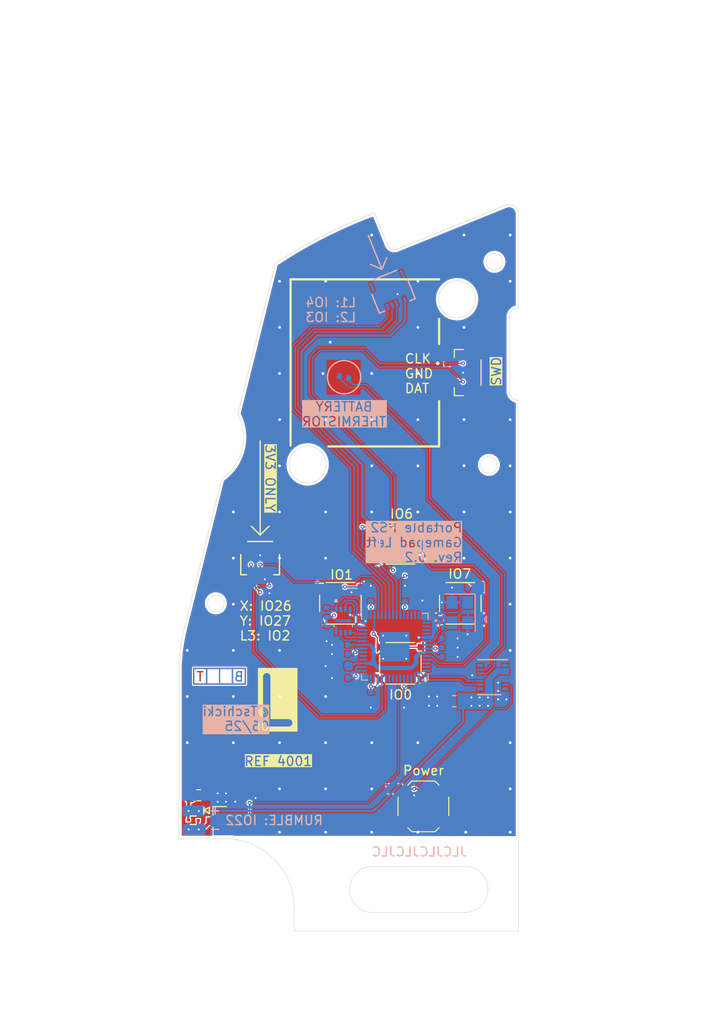
<source format=kicad_pcb>
(kicad_pcb (version 20221018) (generator pcbnew)
  (layers (0 "F.Cu" signal) (1 "In1.Cu" signal "Inner1.Cu") (2 "In2.Cu" signal "Inner2.Cu") (31 "B.Cu" signal) (34 "B.Paste" user) (35 "F.Paste" user) (36 "B.SilkS" user "B.Silkscreen") (37 "F.SilkS" user "F.Silkscreen") (38 "B.Mask" user) (39 "F.Mask" user) (44 "Edge.Cuts" user))
  (net 0 "")
  (net 1 "3V3_SBY")
  (net 2 "GND")
  (net 3 "Net-(C102-Pad2)")
  (net 4 "/XI")
  (net 5 "+1V1")
  (net 6 "/SWCLK")
  (net 7 "/SWDIO")
  (net 8 "/AUX_I2C_SDA")
  (net 9 "/AUX_I2C_SCL")
  (net 10 "/TS_+")
  (net 11 "/TS_-")
  (net 13 "/Left")
  (net 14 "/Up")
  (net 15 "/Down")
  (net 16 "/Right")
  (net 17 "/Reserved")
  (net 18 "/L3")
  (net 19 "/L1")
  (net 24 "/X")
  (net 25 "/Y")
  (net 35 "/CS")
  (net 36 "/PWM_Rumble")
  (net 37 "/XO")
  (net 38 "/IO1")
  (net 39 "/IO2")
  (net 40 "/IO0")
  (net 41 "/SYS_PWR_BTN")
  (net 42 "/MEM_CLK")
  (net 43 "/IO3")
  (net 48 "/L2")
  (net 49 "Net-(D101-A)")
  (net 51 "Net-(Q101-G)")
  (footprint "PS2:SOD-923_0P6X0P85_ONS" (layer "F.Cu") (at 87.15 157.9)
    (fp_text reference "D101")
    (fp_text value "D_Schottky" hide)
  )
  (footprint "PS2:SW_TL3315NF100Q" (layer "F.Cu") (at 109.6 127.9)
    (fp_text reference "SW102")
    (fp_text value "SW")
  )
  (footprint "PS2:C_0805_2012Metric" (layer "F.Cu") (at 87.75 155.2)
    (fp_text reference "C108")
    (fp_text value "4u7")
  )
  (footprint "PS2:R_0402_1005Metric" (layer "F.Cu") (at 92.255 157.405 90)
    (fp_text reference "R103")
    (fp_text value "10k")
  )
  (footprint "PS2:CON_5034800540_MOL" (layer "F.Cu") (at 94.4 129.5 180)
    (fp_text reference "J116")
    (fp_text value "Conn_01x05_MountingPin" hide)
  )
  (footprint "PS2:SW_TL3315NF100Q" (layer "F.Cu") (at 103.1 134.4)
    (fp_text reference "SW101")
    (fp_text value "SW")
  )
  (footprint "PS2:SW_SPST_TL3342" (layer "F.Cu") (at 112.1 156.4)
    (fp_text reference "SW114")
    (fp_text value "SW")
  )
  (footprint "PS2:SW_TL3315NF100Q" (layer "F.Cu") (at 109.6 140.9)
    (fp_text reference "SW103")
    (fp_text value "SW")
  )
  (footprint "PS2:R_0402_1005Metric" (layer "F.Cu") (at 92.755 159.005 180)
    (fp_text reference "R102")
    (fp_text value "1k")
  )
  (footprint "PS2:SW_TL3315NF100Q" (layer "F.Cu") (at 116.1 134.4)
    (fp_text reference "SW104")
    (fp_text value "SW")
  )
  (footprint "PS2:SOT-23" (layer "F.Cu") (at 90.05 158 180)
    (fp_text reference "Q101")
    (fp_text value "BSS138")
  )
  (footprint "PS2:JST_BM03B-SRSS-TB_LF__SN_" (layer "F.Cu") (at 116.9 109.4 -90)
    (fp_text reference "J101" hide)
    (fp_text value "DEBUG_SWD")
  )
  (footprint "PS2:R_0402_1005Metric" (layer "B.Cu") (at 103.5 109.9 -14)
    (fp_text reference "TH101")
    (fp_text value "10k/3435K")
  )
  (footprint "PS2:C_0402_1005Metric" (layer "B.Cu") (at 106.4 133.7 90)
    (fp_text reference "C113")
    (fp_text value "100n")
  )
  (footprint "PS2:C_0402_1005Metric" (layer "B.Cu") (at 110 144.5 -90)
    (fp_text reference "C110")
    (fp_text value "100n")
  )
  (footprint "PS2:C_0402_1005Metric" (layer "B.Cu") (at 103.4 142.5 180)
    (fp_text reference "C112")
    (fp_text value "100n")
  )
  (footprint "PS2:C_0402_1005Metric" (layer "B.Cu") (at 114.6 140.2)
    (fp_text reference "C106")
    (fp_text value "100n")
  )
  (footprint "PS2:C_0402_1005Metric" (layer "B.Cu") (at 114.6 138.2 180)
    (fp_text reference "C103")
    (fp_text value "15p")
  )
  (footprint "PS2:C_0402_1005Metric" (layer "B.Cu") (at 110.1 133.7 90)
    (fp_text reference "C114")
    (fp_text value "100n")
  )
  (footprint "PS2:IC_W25Q16JVUXIQ_TR" (layer "B.Cu") (at 103.4 136.3 -90)
    (fp_text reference "U101")
    (fp_text value "W25Q16JVUXIQ")
  )
  (footprint "PS2:CON_5034800540_MOL" (layer "B.Cu") (at 108.6 100.5 22)
    (fp_text reference "J103")
    (fp_text value "Conn_01x05_MountingPin")
  )
  (footprint "PS2:C_0402_1005Metric" (layer "B.Cu") (at 106.4 144.5 -90)
    (fp_text reference "C111")
    (fp_text value "100n")
  )
  (footprint "PS2:rumble_dual_solder_pad" (layer "B.Cu") (at 87.25 156.9 -90)
    (fp_text reference "J104")
    (fp_text value "Motor")
  )
  (footprint "PS2:C_0805_2012Metric" (layer "B.Cu") (at 115.45 145 180)
    (fp_text reference "C115")
    (fp_text value "4u7")
  )
  (footprint "PS2:C_0402_1005Metric" (layer "B.Cu") (at 103.4 139.9 180)
    (fp_text reference "C109")
    (fp_text value "100n")
  )
  (footprint "PS2:C_0402_1005Metric" (layer "B.Cu") (at 103.4 138.9 180)
    (fp_text reference "C105")
    (fp_text value "100n")
  )
  (footprint "PS2:C_0402_1005Metric" (layer "B.Cu") (at 114.6 139.2)
    (fp_text reference "C107")
    (fp_text value "100n")
  )
  (footprint "PS2:R_0402_1005Metric" (layer "B.Cu") (at 101.6 135.4 90)
    (fp_text reference "R101")
    (fp_text value "10k")
  )
  (footprint "Crystal:Crystal_SMD_3225-4Pin_3.2x2.5mm" (layer "B.Cu") (at 116.05 135.4 -90)
    (fp_text reference "Y101")
    (fp_text value "12MHz")
  )
  (footprint "Package_DFN_QFN:QFN-56-1EP_7x7mm_P0.4mm_EP3.2x3.2mm" (layer "B.Cu") (at 109 139.1 -90)
    (fp_text reference "U102")
    (fp_text value "RP2040")
  )
  (footprint "PS2:C_0603_1608Metric" (layer "B.Cu") (at 103.2 141.2 180)
    (fp_text reference "C104")
    (fp_text value "1u")
  )
  (footprint "PS2:DF40C-10DP-0.4V51_HIR" (layer "B.Cu") (at 119.6 142.4 90)
    (fp_text reference "J102" hide)
    (fp_text value "GAMEPAD LEFT")
  )
  (footprint "PS2:C_0402_1005Metric" (layer "B.Cu") (at 116.4 132.7)
    (fp_text reference "C102")
    (fp_text value "15p")
  )
  (footprint "PS2:C_0402_1005Metric" (layer "B.Cu") (at 101.6 137.3 -90)
    (fp_text reference "C101")
    (fp_text value "100n")
  )
  (footprint "PS2:R_0402_1005Metric" (layer "B.Cu") (at 113.85 135.91 -90)
    (fp_text reference "R104")
    (fp_text value "1k")
  )
  (gr_line (start 88.6 141.45) (end 88.6 143.15) (stroke (width 0.15)) (layer "F.Cu"))
  (gr_line (start 90 141.45) (end 90 143.15) (stroke (width 0.15)) (layer "F.Cu"))
  (gr_line (start 91.4 141.45) (end 91.4 143.15) (stroke (width 0.15)) (layer "F.Cu"))
  (gr_rect (start 87.2 141.45) (end 92.8 143.15) (stroke (width 0.15)) (fill none) (layer "F.Cu"))
  (gr_rect (start 87.2 141.45) (end 92.8 143.15) (stroke (width 0.15)) (fill none) (layer "B.Cu"))
  (gr_line (start 88.6 141.45) (end 88.6 143.15) (stroke (width 0.15)) (layer "B.Cu"))
  (gr_line (start 91.4 141.45) (end 91.4 143.15) (stroke (width 0.15)) (layer "B.Cu"))
  (gr_line (start 90 141.45) (end 90 143.15) (stroke (width 0.15)) (layer "B.Cu"))
  (gr_line (start 106.363299 97.675052) (end 107.6 98.2) (stroke (width 0.15)) (layer "B.SilkS"))
  (gr_line (start 108.124948 96.963299) (end 107.6 98.2) (stroke (width 0.15)) (layer "B.SilkS"))
  (gr_line (start 107.6 98.2) (end 106.120304 94.537624) (stroke (width 0.15)) (layer "B.SilkS"))
  (gr_circle (center 103.5 109.9) (end 103.5 108.1) (stroke (width 0.15)) (fill none) (layer "B.SilkS"))
  (gr_line (start 94.4 127) (end 95.35 126.05) (stroke (width 0.15)) (layer "F.SilkS"))
  (gr_line (start 97.7 117.3) (end 97.7 99.3) (stroke (width 0.25)) (layer "F.SilkS"))
  (gr_line (start 88.9 156.5) (end 88.9 157.2) (stroke (width 0.15)) (layer "F.SilkS"))
  (gr_line (start 97.7 99.3) (end 113.8 99.3) (stroke (width 0.25)) (layer "F.SilkS"))
  (gr_line (start 88.9 157.2) (end 88.3 156.8) (stroke (width 0.15)) (layer "F.SilkS"))
  (gr_line (start 94.4 116.8) (end 94.4 127) (stroke (width 0.15)) (layer "F.SilkS"))
  (gr_line (start 113.8 112.5) (end 113.8 117.4) (stroke (width 0.25)) (layer "F.SilkS"))
  (gr_line (start 88.3 157.2) (end 88.3 156.5) (stroke (width 0.15)) (layer "F.SilkS"))
  (gr_line (start 113.8 103.6) (end 113.8 106.3) (stroke (width 0.25)) (layer "F.SilkS"))
  (gr_line (start 113.8 117.4) (end 101.8 117.4) (stroke (width 0.25)) (layer "F.SilkS"))
  (gr_line (start 94.4 127) (end 93.45 126.05) (stroke (width 0.15)) (layer "F.SilkS"))
  (gr_line (start 88.3 156.8) (end 88.9 156.5) (stroke (width 0.15)) (layer "F.SilkS"))
  (gr_line (start 90.223513 120.926993) (end 86.194085 137.088145) (stroke (width 0.05)) (layer "Edge.Cuts"))
  (gr_arc (start 85.6 141.926583) (mid 85.749077 139.489196) (end 86.194085 137.088145) (stroke (width 0.05)) (layer "Edge.Cuts"))
  (gr_line (start 122.4 102.4) (end 122.4 92.188837) (stroke (width 0.05)) (layer "Edge.Cuts"))
  (gr_arc (start 121.025393 91.261653) (mid 121.959193 91.359799) (end 122.4 92.188837) (stroke (width 0.05)) (layer "Edge.Cuts"))
  (gr_line (start 85.6 159.9) (end 90.6 159.9) (stroke (width 0.05)) (layer "Edge.Cuts"))
  (gr_arc (start 109.251249 96.018716) (mid 108.638978 96.013373) (end 108.209816 95.576654) (stroke (width 0.05)) (layer "Edge.Cuts"))
  (gr_line (start 98.1 169.9) (end 122.4 169.9) (stroke (width 0.05)) (layer "Edge.Cuts"))
  (gr_arc (start 106.6 167.9) (mid 104.1 165.4) (end 106.6 162.9) (stroke (width 0.05)) (layer "Edge.Cuts"))
  (gr_arc (start 90.6 159.9) (mid 95.903301 162.096699) (end 98.1 167.4) (stroke (width 0.05)) (layer "Edge.Cuts"))
  (gr_line (start 108.209816 95.576654) (end 106.809677 92.111187) (stroke (width 0.05)) (layer "Edge.Cuts"))
  (gr_circle (center 119.8 97.4) (end 120.7 97.4) (stroke (width 0.05)) (fill none) (layer "Edge.Cuts"))
  (gr_line (start 98.1 167.4) (end 98.1 169.9) (stroke (width 0.05)) (layer "Edge.Cuts"))
  (gr_arc (start 96.046307 97.573044) (mid 101.268984 94.528767) (end 106.809677 92.111187) (stroke (width 0.05)) (layer "Edge.Cuts"))
  (gr_arc (start 121.4 103.4) (mid 121.692893 102.692893) (end 122.4 102.4) (stroke (width 0.05)) (layer "Edge.Cuts"))
  (gr_arc (start 122.4 112.4) (mid 121.692893 112.107107) (end 121.4 111.4) (stroke (width 0.05)) (layer "Edge.Cuts"))
  (gr_line (start 122.4 169.9) (end 122.4 112.4) (stroke (width 0.05)) (layer "Edge.Cuts"))
  (gr_line (start 106.6 167.9) (end 116.6 167.9) (stroke (width 0.05)) (layer "Edge.Cuts"))
  (gr_circle (center 119.2 119.4) (end 120.1 119.4) (stroke (width 0.05)) (fill none) (layer "Edge.Cuts"))
  (gr_line (start 96.046307 97.573044) (end 91.983193 113.869303) (stroke (width 0.05)) (layer "Edge.Cuts"))
  (gr_circle (center 99.55 119.35) (end 101.55 119.35) (stroke (width 0.05)) (fill none) (layer "Edge.Cuts"))
  (gr_line (start 121.4 103.4) (end 121.4 111.4) (stroke (width 0.05)) (layer "Edge.Cuts"))
  (gr_line (start 85.6 141.926583) (end 85.6 159.9) (stroke (width 0.05)) (layer "Edge.Cuts"))
  (gr_line (start 116.6 162.9) (end 106.6 162.9) (stroke (width 0.05)) (layer "Edge.Cuts"))
  (gr_circle (center 89.6 134.4) (end 90.5 134.4) (stroke (width 0.05)) (fill none) (layer "Edge.Cuts"))
  (gr_arc (start 91.983193 113.869303) (mid 92.436626 117.73057) (end 90.223513 120.926993) (stroke (width 0.05)) (layer "Edge.Cuts"))
  (gr_arc (start 116.6 162.9) (mid 119.1 165.4) (end 116.6 167.9) (stroke (width 0.05)) (layer "Edge.Cuts"))
  (gr_line (start 121.025393 91.261653) (end 109.251249 96.018716) (stroke (width 0.05)) (layer "Edge.Cuts"))
  (gr_circle (center 115.75 101.45) (end 117.75 101.45) (stroke (width 0.05)) (fill none) (layer "Edge.Cuts"))
  (gr_text "T" (at 87.9 142.35) (layer "F.Cu") (effects (font (size 1 1))))
  (gr_text "B" (at 92.1 142.35) (layer "B.Cu") (effects (font (size 1 1)) (justify mirror)))
  (gr_text "+" (at 90.25 157.4) (layer "B.SilkS") (effects (font (size 1 1)) (justify left bottom mirror)))
  (gr_text "JLCJLCJLCJLC" (at 116.9 161.9) (layer "B.SilkS") (effects (font (size 1 1)) (justify left bottom mirror)))
  (gr_text "RUMBLE: IO22" (at 101.3 158.5) (layer "B.SilkS") (effects (font (size 1 1)) (justify left bottom mirror)))
  (gr_text "@Tschicki\n06/25" (at 95.5 148.3) (layer "B.SilkS" knockout) (effects (font (size 1 1)) (justify left bottom mirror)))
  (gr_text "BATTERY\nTHERMISTOR" (at 103.5 115.3) (layer "B.SilkS" knockout) (effects (font (size 1 1)) (justify bottom mirror)))
  (gr_text "Portable PS2\nGamepad Left\nRev. 0.2" (at 116.4 130) (layer "B.SilkS" knockout) (effects (font (size 1 1)) (justify left bottom mirror)))
  (gr_text "-" (at 90.25 159.4) (layer "B.SilkS") (effects (font (size 1 1)) (justify left bottom mirror)))
  (gr_text "L1: IO4\nL2: IO3" (at 104.9 104) (layer "B.SilkS") (effects (font (size 1 1)) (justify left bottom mirror)))
  (gr_text "X: IO26\nY: IO27\nL3: IO2" (at 92.1 138.5) (layer "F.SilkS") (effects (font (size 1 1)) (justify left bottom)))
  (gr_text "IO7" (at 114.7 131.8) (layer "F.SilkS") (effects (font (size 1 1)) (justify left bottom)))
  (gr_text "CLK\nGND\nDAT" (at 110 111.7) (layer "F.SilkS") (effects (font (size 1 1)) (justify left bottom)))
  (gr_text "IO6" (at 108.4 125.3) (layer "F.SilkS") (effects (font (size 1 1)) (justify left bottom)))
  (gr_text "3V3 ONLY" (at 94.9 117.1 270) (layer "F.SilkS" knockout) (effects (font (size 1 1)) (justify left bottom)))
  (gr_text "Power" (at 109.8 153.1) (layer "F.SilkS") (effects (font (size 1 1)) (justify left bottom)))
  (gr_text "SWD" (at 120.6 110.9 90) (layer "F.SilkS" knockout) (effects (font (size 1 1)) (justify left bottom)))
  (gr_text "IO0" (at 108.3 144.9) (layer "F.SilkS") (effects (font (size 1 1)) (justify left bottom)))
  (gr_text "REF 4001" (at 92.6 152.1) (layer "F.SilkS" knockout) (effects (font (size 1 1)) (justify left bottom)))
  (gr_text "L" (at 93.4 148) (layer "F.SilkS" knockout) (effects (font (size 5 5) (thickness 0.8)) (justify left bottom)))
  (gr_text "IO1" (at 101.9 131.9) (layer "F.SilkS") (effects (font (size 1 1)) (justify left bottom)))
  (gr_text "" (at 85.6 178.169996) (layer "Edge.Cuts") (effects (font (size 4.83362 3.04518) (thickness 0.604202)) (justify left top)))
  (segment (start 86.65 155.35) (end 86.8 155.2) (width 0.35) (layer "F.Cu") (net 1))
  (segment (start 93.399997 131) (end 93.399997 130.200003) (width 0.25) (layer "F.Cu") (net 1))
  (segment (start 86.6182 156.9318) (end 86.65 156.9) (width 0.125) (layer "F.Cu") (net 1))
  (segment (start 93.399997 130.200003) (end 93.4 130.2) (width 0.25) (layer "F.Cu") (net 1))
  (segment (start 86.65 156.9) (end 86.65 155.35) (width 0.35) (layer "F.Cu") (net 1))
  (segment (start 86.6182 157.9) (end 86.6182 156.9318) (width 0.25) (layer "F.Cu") (net 1))
  (segment (start 86.65 156.9) (end 87.75 156.9) (width 0.35) (layer "F.Cu") (net 1))
  (via (at 119.1 144.6) (size 0.45) (drill 0.2) (layers "F.Cu" "B.Cu") (net 1))
  (via (at 102.4 135.7) (size 0.45) (drill 0.2) (layers "F.Cu" "B.Cu") (net 1))
  (via (at 110 143.4) (size 0.45) (drill 0.2) (layers "F.Cu" "B.Cu") (net 1))
  (via (at 110.1 134.8) (size 0.45) (drill 0.2) (layers "F.Cu" "B.Cu") (net 1))
  (via (at 106.4 143.4) (size 0.45) (drill 0.2) (layers "F.Cu" "B.Cu") (net 1))
  (via (at 118.2 145.5) (size 0.45) (drill 0.2) (layers "F.Cu" "B.Cu") (net 1))
  (via (at 108.8 130.8) (size 0.45) (drill 0.2) (layers "F.Cu" "B.Cu") (net 1))
  (via (at 106.4 134.8) (size 0.45) (drill 0.2) (layers "F.Cu" "B.Cu") (net 1))
  (via (at 104.7 139.7) (size 0.45) (drill 0.2) (layers "F.Cu" "B.Cu") (net 1))
  (via (at 117.3 145.5) (size 0.45) (drill 0.2) (layers "F.Cu" "B.Cu") (net 1))
  (via (at 87.75 156.9) (size 0.45) (drill 0.2) (layers "F.Cu" "B.Cu") (net 1))
  (via (at 113.4 139.3) (size 0.45) (drill 0.2) (layers "F.Cu" "B.Cu") (net 1))
  (via (at 93.4 130.2) (size 0.45) (drill 0.2) (layers "F.Cu" "B.Cu") (net 1))
  (via (at 119.1 145.5) (size 0.45) (drill 0.2) (layers "F.Cu" "B.Cu") (net 1))
  (via (at 118.2 144.6) (size 0.45) (drill 0.2) (layers "F.Cu" "B.Cu") (net 1))
  (via (at 117.3 144.6) (size 0.45) (drill 0.2) (layers "F.Cu" "B.Cu") (net 1))
  (via (at 86.65 156.9) (size 0.45) (drill 0.2) (layers "F.Cu" "B.Cu") (net 1))
  (via (at 104.8 142.3) (size 0.45) (drill 0.2) (layers "F.Cu" "B.Cu") (net 1))
  (segment (start 110 144.02) (end 110 143.4) (width 0.2) (layer "B.Cu") (net 1))
  (segment (start 106.4 142.5375) (end 106.4 143.4) (width 0.2) (layer "B.Cu") (net 1))
  (segment (start 110 143.4) (end 110 142.5375) (width 0.2) (layer "B.Cu") (net 1))
  (segment (start 106.4 134.28) (end 106.39 134.28) (width 0.25) (layer "B.Cu") (net 1))
  (segment (start 116.4 147.2) (end 106.7 156.9) (width 0.25) (layer "B.Cu") (net 1))
  (segment (start 114.12 139.2) (end 114.02 139.3) (width 0.25) (layer "B.Cu") (net 1))
  (segment (start 98.9 112.8) (end 105.5 119.4) (width 0.25) (layer "B.Cu") (net 1))
  (segment (start 104.6 142.5) (end 103.88 142.5) (width 0.2) (layer "B.Cu") (net 1))
  (segment (start 110.1 102.1) (end 110.1 101.527071) (width 0.2) (layer "B.Cu") (net 1))
  (segment (start 98.9 107.1) (end 98.9 112.8) (width 0.25) (layer "B.Cu") (net 1))
  (segment (start 110.6 143.4) (end 110 143.4) (width 0.125) (layer "B.Cu") (net 1))
  (segment (start 110.1 102.1) (end 110.1 103.8) (width 0.25) (layer "B.Cu") (net 1))
  (segment (start 116.4 145) (end 116.4 147.2) (width 0.25) (layer "B.Cu") (net 1))
  (segment (start 87.75 156.9) (end 87.25 156.9) (width 0.25) (layer "B.Cu") (net 1))
  (segment (start 105.5 119.4) (end 105.5 124.9) (width 0.25) (layer "B.Cu") (net 1))
  (segment (start 105.5625 141.3) (end 104.9 141.3) (width 0.2) (layer "B.Cu") (net 1))
  (segment (start 105.5625 141.7) (end 104.8 141.7) (width 0.2) (layer "B.Cu") (net 1))
  (segment (start 106.1 125.5) (end 106.1 128.1) (width 0.25) (layer "B.Cu") (net 1))
  (segment (start 110.8 143.2) (end 110.6 143.4) (width 0.125) (layer "B.Cu") (net 1))
  (segment (start 110.1 101.527071) (end 110.089097 101.516168) (width 0.2) (layer "B.Cu") (net 1))
  (segment (start 102.19 135.91) (end 101.6 135.91) (width 0.25) (layer "B.Cu") (net 1))
  (segment (start 110.1 103.8) (end 108.5 105.4) (width 0.25) (layer "B.Cu") (net 1))
  (segment (start 101.6 136.82) (end 102.42 136.82) (width 0.25) (layer "B.Cu") (net 1))
  (segment (start 106.4 134.28) (end 106.4 134.8) (width 0.2) (layer "B.Cu") (net 1))
  (segment (start 110.1 134.8) (end 110.1 134.3) (width 0.2) (layer "B.Cu") (net 1))
  (segment (start 110 134.9) (end 110 135.6625) (width 0.2) (layer "B.Cu") (net 1))
  (segment (start 105.5625 139.3) (end 104.8 139.3) (width 0.25) (layer "B.Cu") (net 1))
  (segment (start 106.9 143.4) (end 106.4 143.4) (width 0.125) (layer "B.Cu") (net 1))
  (segment (start 104.8 141.4) (end 104.8 141.7) (width 0.2) (layer "B.Cu") (net 1))
  (segment (start 104.8 142.3) (end 104.6 142.5) (width 0.2) (layer "B.Cu") (net 1))
  (segment (start 102.4 135.7) (end 102.19 135.91) (width 0.25) (layer "B.Cu") (net 1))
  (segment (start 106.4 143.4) (end 106.4 143.92) (width 0.2) (layer "B.Cu") (net 1))
  (segment (start 105.5 124.9) (end 106.1 125.5) (width 0.25) (layer "B.Cu") (net 1))
  (segment (start 110.1 134.8) (end 110 134.9) (width 0.2) (layer "B.Cu") (net 1))
  (segment (start 104.7 139.7) (end 105.5625 139.7) (width 0.25) (layer "B.Cu") (net 1))
  (segment (start 104.5 139.9) (end 104.7 139.7) (width 0.25) (layer "B.Cu") (net 1))
  (segment (start 114.02 139.3) (end 113.5 139.3) (width 0.2) (layer "B.Cu") (net 1))
  (segment (start 104.9 141.3) (end 104.8 141.4) (width 0.2) (layer "B.Cu") (net 1))
  (segment (start 106.7 156.9) (end 87.75 156.9) (width 0.25) (layer "B.Cu") (net 1))
  (segment (start 107.2 143.1) (end 106.9 143.4) (width 0.125) (layer "B.Cu") (net 1))
  (segment (start 102.65 137.05) (end 102.65 137.55) (width 0.25) (layer "B.Cu") (net 1))
  (segment (start 113.4 139.3) (end 112.4375 139.3) (width 0.2) (layer "B.Cu") (net 1))
  (segment (start 107.2 142.5375) (end 107.2 143.1) (width 0.125) (layer "B.Cu") (net 1))
  (segment (start 110.8 142.5375) (end 110.8 143.2) (width 0.125) (layer "B.Cu") (net 1))
  (segment (start 108.5 105.4) (end 100.6 105.4) (width 0.25) (layer "B.Cu") (net 1))
  (segment (start 103.88 139.9) (end 104.5 139.9) (width 0.25) (layer "B.Cu") (net 1))
  (segment (start 106.1 128.1) (end 108.8 130.8) (width 0.25) (layer "B.Cu") (net 1))
  (segment (start 106.4 134.8) (end 106.4 135.6625) (width 0.2) (layer "B.Cu") (net 1))
  (segment (start 102.42 136.82) (end 102.65 137.05) (width 0.25) (layer "B.Cu") (net 1))
  (segment (start 100.6 105.4) (end 98.9 107.1) (width 0.25) (layer "B.Cu") (net 1))
  (segment (start 104.8 139.3) (end 104.7 139.4) (width 0.25) (layer "B.Cu") (net 1))
  (segment (start 104.7 139.4) (end 104.7 139.7) (width 0.25) (layer "B.Cu") (net 1))
  (segment (start 104.8 141.7) (end 104.8 142.3) (width 0.2) (layer "B.Cu") (net 1))
  (segment (start 101.6 135.91) (end 101.6 136.82) (width 0.25) (layer "B.Cu") (net 1))
  (segment (start 115.125 109.4) (end 116.4 109.4) (width 0.35) (layer "F.Cu") (net 2))
  (segment (start 94.899996 131.799996) (end 94.9 131.8) (width 0.25) (layer "F.Cu") (net 2))
  (segment (start 94.899996 131) (end 94.899996 131.799996) (width 0.25) (layer "F.Cu") (net 2))
  (via (at 96.5 119.5) (size 0.6) (drill 0.3) (layers "F.Cu" "B.Cu") (net 2))
  (via (at 111.5 109.5) (size 0.6) (drill 0.3) (layers "F.Cu" "B.Cu") (net 2))
  (via (at 91.5 139.5) (size 0.6) (drill 0.3) (layers "F.Cu" "B.Cu") (net 2))
  (via (at 90.7 155) (size 0.45) (drill 0.2) (layers "F.Cu" "B.Cu") (net 2))
  (via (at 111.5 119.5) (size 0.6) (drill 0.3) (layers "F.Cu" "B.Cu") (net 2))
  (via (at 115.8 139.2) (size 0.45) (drill 0.2) (layers "F.Cu" "B.Cu") (net 2))
  (via (at 115.2 132.7) (size 0.45) (drill 0.2) (layers "F.Cu" "B.Cu") (net 2))
  (via (at 101.5 154.5) (size 0.6) (drill 0.3) (layers "F.Cu" "B.Cu") (net 2))
  (via (at 121.5 134.5) (size 0.6) (drill 0.3) (layers "F.Cu" "B.Cu") (net 2))
  (via (at 96.5 109.5) (size 0.6) (drill 0.3) (layers "F.Cu" "B.Cu") (net 2))
  (via (at 91.5 124.5) (size 0.6) (drill 0.3) (layers "F.Cu" "B.Cu") (net 2))
  (via (at 106.5 159.2) (size 0.6) (drill 0.3) (layers "F.Cu" "B.Cu") (net 2))
  (via (at 94.9 131.8) (size 0.45) (drill 0.2) (layers "F.Cu" "B.Cu") (net 2))
  (via (at 101.5 141.2) (size 0.45) (drill 0.2) (layers "F.Cu" "B.Cu") (net 2))
  (via (at 101.5 144.5) (size 0.6) (drill 0.3) (layers "F.Cu" "B.Cu") (net 2))
  (via (at 116.4 109.4) (size 0.45) (drill 0.2) (layers "F.Cu" "B.Cu") (net 2))
  (via (at 91.5 144.5) (size 0.6) (drill 0.3) (layers "F.Cu" "B.Cu") (net 2))
  (via (at 121.1 144.8) (size 0.45) (drill 0.2) (layers "F.Cu" "B.Cu") (net 2))
  (via (at 121.5 124.5) (size 0.6) (drill 0.3) (layers "F.Cu" "B.Cu") (net 2))
  (via (at 109.3 100.9) (size 0.45) (drill 0.2) (layers "F.Cu" "B.Cu") (net 2))
  (via (at 106.5 114.5) (size 0.6) (drill 0.3) (layers "F.Cu" "B.Cu") (net 2))
  (via (at 121.5 94.5) (size 0.6) (drill 0.3) (layers "F.Cu" "B.Cu") (net 2))
  (via (at 96.5 139.5) (size 0.6) (drill 0.3) (layers "F.Cu" "B.Cu") (net 2))
  (via (at 116.5 129.5) (size 0.6) (drill 0.3) (layers "F.Cu" "B.Cu") (net 2))
  (via (at 120.2 144.8) (size 0.45) (drill 0.2) (layers "F.Cu" "B.Cu") (net 2))
  (via (at 120.2 143) (size 0.45) (drill 0.2) (layers "F.Cu" "B.Cu") (net 2))
  (via (at 116.5 114.5) (size 0.6) (drill 0.3) (layers "F.Cu" "B.Cu") (net 2))
  (via (at 106.5 154.5) (size 0.6) (drill 0.3) (layers "F.Cu" "B.Cu") (net 2))
  (via (at 114.1 134.3) (size 0.45) (drill 0.2) (layers "F.Cu" "B.Cu") (net 2))
  (via (at 111.5 149.5) (size 0.6) (drill 0.3) (layers "F.Cu" "B.Cu") (net 2))
  (via (at 107.75 137.9) (size 0.45) (drill 0.2) (layers "F.Cu" "B.Cu") (net 2))
  (via (at 101.5 129.5) (size 0.6) (drill 0.3) (layers "F.Cu" "B.Cu") (net 2))
  (via (at 110 145.7) (size 0.45) (drill 0.2) (layers "F.Cu" "B.Cu") (net 2))
  (via (at 112 134.1) (size 0.45) (drill 0.2) (layers "F.Cu" "B.Cu") (net 2))
  (via (at 121.5 119.5) (size 0.6) (drill 0.3) (layers "F.Cu" "B.Cu") (net 2))
  (via (at 106.5 124.5) (size 0.6) (drill 0.3) (layers "F.Cu" "B.Cu") (net 2))
  (via (at 106.5 119.5) (size 0.6) (drill 0.3) (layers "F.Cu" "B.Cu") (net 2))
  (via (at 102.2 142.5) (size 0.45) (drill 0.2) (layers "F.Cu" "B.Cu") (net 2))
  (via (at 107.75 140.4) (size 0.45) (drill 0.2) (layers "F.Cu" "B.Cu") (net 2))
  (via (at 111.6 138.1) (size 0.45) (drill 0.2) (layers "F.Cu" "B.Cu") (net 2))
  (via (at 111.5 159.2) (size 0.6) (drill 0.3) (layers "F.Cu" "B.Cu") (net 2))
  (via (at 90.7 155.9) (size 0.45) (drill 0.2) (layers "F.Cu" "B.Cu") (net 2))
  (via (at 104.15 135.65) (size 0.45) (drill 0.2) (layers "F.Cu" "B.Cu") (net 2))
  (via (at 86.5 149.5) (size 0.6) (drill 0.3) (layers "F.Cu" "B.Cu") (net 2))
  (via (at 106.5 94.5) (size 0.6) (drill 0.3) (layers "F.Cu" "B.Cu") (net 2))
  (via (at 101.5 159.2) (size 0.6) (drill 0.3) (layers "F.Cu" "B.Cu") (net 2))
  (via (at 101.6 138.5) (size 0.45) (drill 0.2) (layers "F.Cu" "B.Cu") (net 2))
  (via (at 106.4 145.7) (size 0.45) (drill 0.2) (layers "F.Cu" "B.Cu") (net 2))
  (via (at 111.5 104.5) (size 0.6) (drill 0.3) (layers "F.Cu" "B.Cu") (net 2))
  (via (at 116.7 159.2) (size 0.6) (drill 0.3) (layers "F.Cu" "B.Cu") (net 2))
  (via (at 91.5 149.5) (size 0.6) (drill 0.3) (layers "F.Cu" "B.Cu") (net 2))
  (via (at 91.5 134.5) (size 0.6) (drill 0.3) (layers "F.Cu" "B.Cu") (net 2))
  (via (at 116.9 137.75) (size 0.45) (drill 0.2) (layers "F.Cu" "B.Cu") (net 2))
  (via (at 96.5 99.5) (size 0.6) (drill 0.3) (layers "F.Cu" "B.Cu") (net 2))
  (via (at 116.5 94.5) (size 0.6) (drill 0.3) (layers "F.Cu" "B.Cu") (net 2))
  (via (at 121.5 154.5) (size 0.6) (drill 0.3) (layers "F.Cu" "B.Cu") (net 2))
  (via (at 101.5 149.5) (size 0.6) (drill 0.3) (layers "F.Cu" "B.Cu") (net 2))
  (via (at 102.2 138.9) (size 0.45) (drill 0.2) (layers "F.Cu" "B.Cu") (net 2))
  (via (at 96.5 149.5) (size 0.6) (drill 0.3) (layers "F.Cu" "B.Cu") (net 2))
  (via (at 101.5 124.5) (size 0.6) (drill 0.3) (layers "F.Cu" "B.Cu") (net 2))
  (via (at 115.8 140.2) (size 0.45) (drill 0.2) (layers "F.Cu" "B.Cu") (net 2))
  (via (at 111.5 99.5) (size 0.6) (drill 0.3) (layers "F.Cu" "B.Cu") (net 2))
  (via (at 104.3 133.2) (size 0.45) (drill 0.2) (layers "F.Cu" "B.Cu") (net 2))
  (via (at 110.25 137.9) (size 0.45) (drill 0.2) (layers "F.Cu" "B.Cu") (net 2))
  (via (at 117.4 142.2) (size 0.45) (drill 0.2) (layers "F.Cu" "B.Cu") (net 2))
  (via (at 95.4 133.3) (size 0.45) (drill 0.2) (layers "F.Cu" "B.Cu") (net 2))
  (via (at 101.5 99.5) (size 0.6) (drill 0.3) (layers "F.Cu" "B.Cu") (net 2))
  (via (at 96.5 114.5) (size 0.6) (drill 0.3) (layers "F.Cu" "B.Cu") (net 2))
  (via (at 112.7 145.5) (size 0.45) (drill 0.2) (layers "F.Cu" "B.Cu") (net 2))
  (via (at 116.5 124.5) (size 0.6) (drill 0.3) (layers "F.Cu" "B.Cu") (net 2))
  (via (at 96.5 104.5) (size 0.6) (drill 0.3) (layers "F.Cu" "B.Cu") (net 2))
  (via (at 89.8 155.9) (size 0.45) (drill 0.2) (layers "F.Cu" "B.Cu") (net 2))
  (via (at 106.4 132.5) (size 0.45) (drill 0.2) (layers "F.Cu" "B.Cu") (net 2))
  (via (at 106.5 109.5) (size 0.6) (drill 0.3) (layers "F.Cu" "B.Cu") (net 2))
  (via (at 93.9 155.5) (size 0.45) (drill 0.2) (layers "F.Cu" "B.Cu") (net 2))
  (via (at 110.25 140.4) (size 0.45) (drill 0.2) (layers "F.Cu" "B.Cu") (net 2))
  (via (at 121.5 99.5) (size 0.6) (drill 0.3) (layers "F.Cu" "B.Cu") (net 2))
  (via (at 86.5 139.5) (size 0.6) (drill 0.3) (layers "F.Cu" "B.Cu") (net 2))
  (via (at 121.5 149.5) (size 0.6) (drill 0.3) (layers "F.Cu" "B.Cu") (net 2))
  (via (at 121.5 159.2) (size 0.6) (drill 0.3) (layers "F.Cu" "B.Cu") (net 2))
  (via (at 96.5 159.2) (size 0.6) (drill 0.3) (layers "F.Cu" "B.Cu") (net 2))
  (via (at 96.5 144.5) (size 0.6) (drill 0.3) (layers "F.Cu" "B.Cu") (net 2))
  (via (at 113.6 145.5) (size 0.45) (drill 0.2) (layers "F.Cu" "B.Cu") (net 2))
  (via (at 112.7 144.5) (size 0.45) (drill 0.2) (layers "F.Cu" "B.Cu") (net 2))
  (via (at 116.5 104.5) (size 0.6) (drill 0.3) (layers "F.Cu" "B.Cu") (net 2))
  (via (at 96.5 129.5) (size 0.6) (drill 0.3) (layers "F.Cu" "B.Cu") (net 2))
  (via (at 94.4 129.2) (size 0.45) (drill 0.2) (layers "F.Cu" "B.Cu") (net 2))
  (via (at 121.5 114.5) (size 0.6) (drill 0.3) (layers "F.Cu" "B.Cu") (net 2))
  (via (at 101.5 114.5) (size 0.6) (drill 0.3) (layers "F.Cu" "B.Cu") (net 2))
  (via (at 102 106.1) (size 0.6) (drill 0.3) (layers "F.Cu" "B.Cu") (net 2))
  (via (at 120.2 143.9) (size 0.45) (drill 0.2) (layers "F.Cu" "B.Cu") (net 2))
  (via (at 111.1 155.2) (size 0.45) (drill 0.2) (layers "F.Cu" "B.Cu") (net 2))
  (via (at 121.5 139.5) (size 0.6) (drill 0.3) (layers "F.Cu" "B.Cu") (net 2))
  (via (at 113.6 144.5) (size 0.45) (drill 0.2) (layers "F.Cu" "B.Cu") (net 2))
  (via (at 89.8 155) (size 0.45) (drill 0.2) (layers "F.Cu" "B.Cu") (net 2))
  (via (at 111.5 124.5) (size 0.6) (drill 0.3) (layers "F.Cu" "B.Cu") (net 2))
  (via (at 116.5 119.5) (size 0.6) (drill 0.3) (layers "F.Cu" "B.Cu") (net 2))
  (via (at 96.5 124.5) (size 0.6) (drill 0.3) (layers "F.Cu" "B.Cu") (net 2))
  (via (at 121.5 129.5) (size 0.6) (drill 0.3) (layers "F.Cu" "B.Cu") (net 2))
  (via (at 86.5 144.5) (size 0.6) (drill 0.3) (layers "F.Cu" "B.Cu") (net 2))
  (via (at 101.2 109.5) (size 0.6) (drill 0.3) (layers "F.Cu" "B.Cu") (net 2))
  (via (at 111.5 114.5) (size 0.6) (drill 0.3) (layers "F.Cu" "B.Cu") (net 2))
  (via (at 91.5 129.5) (size 0.6) (drill 0.3) (layers "F.Cu" "B.Cu") (net 2))
  (via (at 96.5 154.5) (size 0.6) (drill 0.3) (layers "F.Cu" "B.Cu") (net 2))
  (via (at 115.8 138.2) (size 0.45) (drill 0.2) (layers "F.Cu" "B.Cu") (net 2))
  (via (at 91.7 155.9) (size 0.45) (drill 0.2) (layers "F.Cu" "B.Cu") (net 2))
  (via (at 102.2 139.9) (size 0.45) (drill 0.2) (layers "F.Cu" "B.Cu") (net 2))
  (via (at 110.1 132.5) (size 0.45) (drill 0.2) (layers "F.Cu" "B.Cu") (net 2))
  (via (at 106.5 149.5) (size 0.6) (drill 0.3) (layers "F.Cu" "B.Cu") (net 2))
  (segment (start 115.08 140.2) (end 115.8 140.2) (width 0.35) (layer "B.Cu") (net 2))
  (segment (start 104.15 135.65) (end 104.15 135.05) (width 0.3) (layer "B.Cu") (net 2))
  (segment (start 109.625506 101.703471) (end 109.3 100.9) (width 0.25) (layer "B.Cu") (net 2))
  (segment (start 102.92 139.9) (end 102.2 139.9) (width 0.35) (layer "B.Cu") (net 2))
  (segment (start 112.4375 138.1) (end 111.6 138.1) (width 0.125) (layer "B.Cu") (net 2))
  (segment (start 116.9 136.5) (end 116.9 137.75) (width 0.35) (layer "B.Cu") (net 2))
  (segment (start 118.244999 142.4) (end 117.6 142.4) (width 0.25) (layer "B.Cu") (net 2))
  (segment (start 115.92 132.7) (end 115.2 132.7) (width 0.35) (layer "B.Cu") (net 2))
  (segment (start 101.6 137.78) (end 101.6 138.5) (width 0.35) (layer "B.Cu") (net 2))
  (segment (start 117.6 142.4) (end 117.4 142.2) (width 0.25) (layer "B.Cu") (net 2))
  (segment (start 115.08 138.2) (end 115.8 138.2) (width 0.35) (layer "B.Cu") (net 2))
  (segment (start 110 144.98) (end 110 145.7) (width 0.35) (layer "B.Cu") (net 2))
  (segment (start 106.4 144.98) (end 106.4 145.7) (width 0.35) (layer "B.Cu") (net 2))
  (segment (start 115.08 139.2) (end 115.8 139.2) (width 0.35) (layer "B.Cu") (net 2))
  (segment (start 115.2 134.3) (end 114.1 134.3) (width 0.35) (layer "B.Cu") (net 2))
  (segment (start 110.1 133.22) (end 110.1 132.5) (width 0.35) (layer "B.Cu") (net 2))
  (segment (start 102.92 142.5) (end 102.2 142.5) (width 0.35) (layer "B.Cu") (net 2))
  (segment (start 102.92 138.9) (end 102.2 138.9) (width 0.35) (layer "B.Cu") (net 2))
  (segment (start 102.425 141.2) (end 101.5 141.2) (width 0.35) (layer "B.Cu") (net 2))
  (segment (start 106.4 133.22) (end 106.4 132.5) (width 0.35) (layer "B.Cu") (net 2))
  (segment (start 116.88 132.7) (end 116.88 134.28) (width 0.125) (layer "B.Cu") (net 3))
  (segment (start 116.53 133.93) (end 116.9 134.3) (width 0.125) (layer "B.Cu") (net 3))
  (segment (start 116.9 134.4) (end 115.9 135.4) (width 0.125) (layer "B.Cu") (net 3))
  (segment (start 116.9 134.3) (end 116.9 134.4) (width 0.125) (layer "B.Cu") (net 3))
  (segment (start 115.9 135.4) (end 113.85 135.4) (width 0.125) (layer "B.Cu") (net 3))
  (segment (start 116.88 134.28) (end 116.9 134.3) (width 0.125) (layer "B.Cu") (net 3))
  (segment (start 113.625 138.7) (end 113.31875 138.7) (width 0.125) (layer "B.Cu") (net 4))
  (segment (start 115.2 136.6) (end 115.2 136.5) (width 0.125) (layer "B.Cu") (net 4))
  (segment (start 114.12 137.68) (end 115.2 136.6) (width 0.125) (layer "B.Cu") (net 4))
  (segment (start 114.1 138.2) (end 114.1 138.225) (width 0.125) (layer "B.Cu") (net 4))
  (segment (start 113.31875 138.7) (end 113.11875 138.9) (width 0.125) (layer "B.Cu") (net 4))
  (segment (start 114.12 138.2) (end 114.12 137.68) (width 0.125) (layer "B.Cu") (net 4))
  (segment (start 114.12 138.2) (end 114.12 138.18) (width 0.125) (layer "B.Cu") (net 4))
  (segment (start 113.11875 138.9) (end 112.4375 138.9) (width 0.125) (layer "B.Cu") (net 4))
  (segment (start 114.1 138.225) (end 113.625 138.7) (width 0.125) (layer "B.Cu") (net 4))
  (segment (start 111.5 140) (end 111.7 139.8) (width 0.35) (layer "B.Cu") (net 5))
  (segment (start 113.6 140.2) (end 113.1 139.7) (width 0.2) (layer "B.Cu") (net 5))
  (segment (start 107.2 141.4) (end 106.7 140.9) (width 0.45) (layer "B.Cu") (net 5))
  (segment (start 111.3 140.2) (end 111.3 140.9) (width 0.45) (layer "B.Cu") (net 5))
  (segment (start 113.1 139.7) (end 112.4375 139.7) (width 0.2) (layer "B.Cu") (net 5))
  (segment (start 106.3 138.9) (end 106.5 139.1) (width 0.35) (layer "B.Cu") (net 5))
  (segment (start 111.3 140.9) (end 110.8 141.4) (width 0.45) (layer "B.Cu") (net 5))
  (segment (start 104.7 140.9) (end 106.1 140.9) (width 0.2) (layer "B.Cu") (net 5))
  (segment (start 106.5 139.1) (end 106.7 139.3) (width 0.45) (layer "B.Cu") (net 5))
  (segment (start 106.7 139.3) (end 106.7 140.9) (width 0.45) (layer "B.Cu") (net 5))
  (segment (start 114.12 140.2) (end 113.6 140.2) (width 0.2) (layer "B.Cu") (net 5))
  (segment (start 105.5625 138.9) (end 103.88 138.9) (width 0.2) (layer "B.Cu") (net 5))
  (segment (start 106.7 140.9) (end 106.4 140.9) (width 0.45) (layer "B.Cu") (net 5))
  (segment (start 103.975 141.1) (end 104.5 141.1) (width 0.2) (layer "B.Cu") (net 5))
  (segment (start 110.8 141.4) (end 107.2 141.4) (width 0.45) (layer "B.Cu") (net 5))
  (segment (start 105.5625 138.9) (end 106.3 138.9) (width 0.2) (layer "B.Cu") (net 5))
  (segment (start 106.4 140.9) (end 106.1 140.9) (width 0.35) (layer "B.Cu") (net 5))
  (segment (start 111.8 139.7) (end 112.4375 139.7) (width 0.2) (layer "B.Cu") (net 5))
  (segment (start 104.5 141.1) (end 104.7 140.9) (width 0.2) (layer "B.Cu") (net 5))
  (segment (start 111.7 139.8) (end 111.8 139.7) (width 0.2) (layer "B.Cu") (net 5))
  (segment (start 111.5 140) (end 111.3 140.2) (width 0.45) (layer "B.Cu") (net 5))
  (segment (start 116.4 108.4) (end 115.125 108.4) (width 0.125) (layer "F.Cu") (net 6))
  (via (at 116.4 108.4) (size 0.45) (drill 0.2) (layers "F.Cu" "B.Cu") (net 6))
  (segment (start 100.7 106.7) (end 99.7 107.7) (width 0.125) (layer "B.Cu") (net 6))
  (segment (start 108.6 120.7) (end 108.6 126.3) (width 0.125) (layer "B.Cu") (net 6))
  (segment (start 107.35 108.4) (end 105.65 106.7) (width 0.125) (layer "B.Cu") (net 6))
  (segment (start 117.4 130.7) (end 118.8 132.1) (width 0.125) (layer "B.Cu") (net 6))
  (segment (start 118.8 138.5) (end 116.4 140.9) (width 0.125) (layer "B.Cu") (net 6))
  (segment (start 113.8 140.9) (end 113 140.1) (width 0.125) (layer "B.Cu") (net 6))
  (segment (start 99.7 107.7) (end 99.7 111.8) (width 0.125) (layer "B.Cu") (net 6))
  (segment (start 113 130.7) (end 117.4 130.7) (width 0.125) (layer "B.Cu") (net 6))
  (segment (start 116.4 108.4) (end 107.35 108.4) (width 0.125) (layer "B.Cu") (net 6))
  (segment (start 118.8 132.1) (end 118.8 138.5) (width 0.125) (layer "B.Cu") (net 6))
  (segment (start 99.7 111.8) (end 108.6 120.7) (width 0.125) (layer "B.Cu") (net 6))
  (segment (start 116.4 140.9) (end 113.8 140.9) (width 0.125) (layer "B.Cu") (net 6))
  (segment (start 108.6 126.3) (end 113 130.7) (width 0.125) (layer "B.Cu") (net 6))
  (segment (start 113 140.1) (end 112.4375 140.1) (width 0.125) (layer "B.Cu") (net 6))
  (segment (start 105.65 106.7) (end 100.7 106.7) (width 0.125) (layer "B.Cu") (net 6))
  (segment (start 116.4 110.4) (end 115.125 110.4) (width 0.125) (layer "F.Cu") (net 7))
  (via (at 116.4 110.4) (size 0.45) (drill 0.2) (layers "F.Cu" "B.Cu") (net 7))
  (segment (start 113 140.5) (end 112.4375 140.5) (width 0.125) (layer "B.Cu") (net 7))
  (segment (start 113.2 130.3) (end 117.5 130.3) (width 0.125) (layer "B.Cu") (net 7))
  (segment (start 105.5 107) (end 100.9 107) (width 0.125) (layer "B.Cu") (net 7))
  (segment (start 107.3 108.8) (end 105.5 107) (width 0.125) (layer "B.Cu") (net 7))
  (segment (start 100.1 111.7) (end 109 120.6) (width 0.125) (layer "B.Cu") (net 7))
  (segment (start 117.5 130.3) (end 119.1 131.9) (width 0.125) (layer "B.Cu") (net 7))
  (segment (start 100.9 107) (end 100.1 107.8) (width 0.125) (layer "B.Cu") (net 7))
  (segment (start 119.1 131.9) (end 119.1 138.6) (width 0.125) (layer "B.Cu") (net 7))
  (segment (start 109 126.1) (end 113.2 130.3) (width 0.125) (layer "B.Cu") (net 7))
  (segment (start 116.4 110.4) (end 114.8 108.8) (width 0.125) (layer "B.Cu") (net 7))
  (segment (start 116.5 141.2) (end 113.7 141.2) (width 0.125) (layer "B.Cu") (net 7))
  (segment (start 119.1 138.6) (end 116.5 141.2) (width 0.125) (layer "B.Cu") (net 7))
  (segment (start 114.8 108.8) (end 107.3 108.8) (width 0.125) (layer "B.Cu") (net 7))
  (segment (start 109 120.6) (end 109 126.1) (width 0.125) (layer "B.Cu") (net 7))
  (segment (start 113.7 141.2) (end 113 140.5) (width 0.125) (layer "B.Cu") (net 7))
  (segment (start 100.1 107.8) (end 100.1 111.7) (width 0.125) (layer "B.Cu") (net 7))
  (segment (start 116.600001 143.200001) (end 118.244999 143.200001) (width 0.125) (layer "B.Cu") (net 8))
  (segment (start 116.109375 142.709375) (end 116.600001 143.200001) (width 0.125) (layer "B.Cu") (net 8))
  (segment (start 111.6 142.5375) (end 111.637499 142.500001) (width 0.125) (layer "B.Cu") (net 8))
  (segment (start 111.6 142.5375) (end 112.01875 142.5375) (width 0.125) (layer "B.Cu") (net 8))
  (segment (start 112.190625 142.709375) (end 116.109375 142.709375) (width 0.125) (layer "B.Cu") (net 8))
  (segment (start 112.01875 142.5375) (end 112.190625 142.709375) (width 0.125) (layer "B.Cu") (net 8))
  (segment (start 111.8 141.9) (end 112.25 142.35) (width 0.125) (layer "B.Cu") (net 9))
  (segment (start 111.25 141.9) (end 111.8 141.9) (width 0.125) (layer "B.Cu") (net 9))
  (segment (start 112.25 142.35) (end 116.4 142.35) (width 0.125) (layer "B.Cu") (net 9))
  (segment (start 111.2 142.55) (end 111.2 141.95) (width 0.125) (layer "B.Cu") (net 9))
  (segment (start 116.849999 142.799999) (end 118.244999 142.799999) (width 0.125) (layer "B.Cu") (net 9))
  (segment (start 111.2 141.95) (end 111.25 141.9) (width 0.125) (layer "B.Cu") (net 9))
  (segment (start 116.4 142.35) (end 116.849999 142.799999) (width 0.125) (layer "B.Cu") (net 9))
  (segment (start 104.5 110.7) (end 105.9 110.7) (width 0.125) (layer "B.Cu") (net 10))
  (segment (start 119.8 140.2) (end 119.8 141.2) (width 0.125) (layer "B.Cu") (net 10))
  (segment (start 112.8 117.6) (end 112.8 123) (width 0.125) (layer "B.Cu") (net 10))
  (segment (start 120.9 131.1) (end 120.9 139.1) (width 0.125) (layer "B.Cu") (net 10))
  (segment (start 103.994851 110.194851) (end 104.5 110.7) (width 0.125) (layer "B.Cu") (net 10))
  (segment (start 103.994851 110.02338) (end 103.994851 110.194851) (width 0.125) (layer "B.Cu") (net 10))
  (segment (start 119.8 141.2) (end 118.999999 142.000001) (width 0.125) (layer "B.Cu") (net 10))
  (segment (start 105.9 110.7) (end 112.8 117.6) (width 0.125) (layer "B.Cu") (net 10))
  (segment (start 118.999999 142.000001) (end 118.244999 142.000001) (width 0.125) (layer "B.Cu") (net 10))
  (segment (start 112.8 123) (end 120.9 131.1) (width 0.125) (layer "B.Cu") (net 10))
  (segment (start 120.9 139.1) (end 119.8 140.2) (width 0.125) (layer "B.Cu") (net 10))
  (segment (start 104 111) (end 105.7 111) (width 0.125) (layer "B.Cu") (net 11))
  (segment (start 105.7 111) (end 112.5 117.8) (width 0.125) (layer "B.Cu") (net 11))
  (segment (start 119.5 140) (end 119.5 141) (width 0.125) (layer "B.Cu") (net 11))
  (segment (start 118.900001 141.599999) (end 118.244999 141.599999) (width 0.125) (layer "B.Cu") (net 11))
  (segment (start 112.5 123.2) (end 120.6 131.3) (width 0.125) (layer "B.Cu") (net 11))
  (segment (start 119.5 141) (end 118.900001 141.599999) (width 0.125) (layer "B.Cu") (net 11))
  (segment (start 112.5 117.8) (end 112.5 123.2) (width 0.125) (layer "B.Cu") (net 11))
  (segment (start 120.6 131.3) (end 120.6 138.9) (width 0.125) (layer "B.Cu") (net 11))
  (segment (start 103.005149 109.77662) (end 103.005149 110.005149) (width 0.125) (layer "B.Cu") (net 11))
  (segment (start 103.005149 110.005149) (end 104 111) (width 0.125) (layer "B.Cu") (net 11))
  (segment (start 120.6 138.9) (end 119.5 140) (width 0.125) (layer "B.Cu") (net 11))
  (segment (start 105.2 132.52) (end 105.33 132.65) (width 0.125) (layer "F.Cu") (net 13))
  (segment (start 105.33 132.65) (end 100.87 132.65) (width 0.125) (layer "F.Cu") (net 13))
  (via (at 103.6 132.6) (size 0.45) (drill 0.2) (layers "F.Cu" "B.Cu") (net 13))
  (segment (start 105.6 131.9) (end 106.5 131.9) (width 0.125) (layer "B.Cu") (net 13))
  (segment (start 106.5 131.9) (end 107.2 132.6) (width 0.125) (layer "B.Cu") (net 13))
  (segment (start 103.6 132.6) (end 104.9 132.6) (width 0.125) (layer "B.Cu") (net 13))
  (segment (start 104.9 132.6) (end 105.6 131.9) (width 0.125) (layer "B.Cu") (net 13))
  (segment (start 107.2 132.6) (end 107.2 135.6625) (width 0.125) (layer "B.Cu") (net 13))
  (segment (start 111.78 126.2) (end 111.83 126.15) (width 0.125) (layer "F.Cu") (net 14))
  (segment (start 105.5 126.1) (end 111.78 126.1) (width 0.125) (layer "F.Cu") (net 14))
  (segment (start 111.78 126.1) (end 111.83 126.15) (width 0.125) (layer "F.Cu") (net 14))
  (via (at 105.5 126.1) (size 0.45) (drill 0.2) (layers "F.Cu" "B.Cu") (net 14))
  (segment (start 105.5 126.1) (end 105.5 128.3) (width 0.125) (layer "B.Cu") (net 14))
  (segment (start 105.5 128.3) (end 109.2 132) (width 0.125) (layer "B.Cu") (net 14))
  (segment (start 109.2 132) (end 109.2 135.6625) (width 0.125) (layer "B.Cu") (net 14))
  (segment (start 106.7 137.7) (end 107.1 138.1) (width 0.125) (layer "F.Cu") (net 15))
  (segment (start 107.1 138.88) (end 107.37 139.15) (width 0.125) (layer "F.Cu") (net 15))
  (segment (start 111.83 139.232099) (end 111.662099 139.4) (width 0.125) (layer "F.Cu") (net 15))
  (segment (start 111.83 139.15) (end 107.37 139.15) (width 0.125) (layer "F.Cu") (net 15))
  (segment (start 107.1 138.1) (end 107.1 138.88) (width 0.125) (layer "F.Cu") (net 15))
  (via (at 106.7 137.7) (size 0.45) (drill 0.2) (layers "F.Cu" "B.Cu") (net 15))
  (segment (start 106.7 137.7) (end 106.7 137) (width 0.125) (layer "B.Cu") (net 15))
  (segment (start 106.7 137) (end 106.8 136.9) (width 0.125) (layer "B.Cu") (net 15))
  (segment (start 106.8 136.9) (end 106.8 135.6625) (width 0.125) (layer "B.Cu") (net 15))
  (segment (start 117.55 132.65) (end 117 132.1) (width 0.125) (layer "F.Cu") (net 16))
  (segment (start 113.82 132.7) (end 113.87 132.65) (width 0.125) (layer "F.Cu") (net 16))
  (segment (start 117 132.1) (end 115.1 132.1) (width 0.125) (layer "F.Cu") (net 16))
  (segment (start 118.33 132.65) (end 117.55 132.65) (width 0.125) (layer "F.Cu") (net 16))
  (segment (start 111.9 131.4) (end 113.2 132.7) (width 0.125) (layer "F.Cu") (net 16))
  (segment (start 110.1 131.4) (end 111.9 131.4) (width 0.125) (layer "F.Cu") (net 16))
  (segment (start 114.55 132.65) (end 113.87 132.65) (width 0.125) (layer "F.Cu") (net 16))
  (segment (start 118.08 132.4) (end 118.33 132.65) (width 0.125) (layer "F.Cu") (net 16))
  (segment (start 113.2 132.7) (end 113.82 132.7) (width 0.125) (layer "F.Cu") (net 16))
  (segment (start 115.1 132.1) (end 114.55 132.65) (width 0.125) (layer "F.Cu") (net 16))
  (via (at 110.1 131.4) (size 0.45) (drill 0.2) (layers "F.Cu" "B.Cu") (net 16))
  (segment (start 109.6 131.9) (end 109.6 135.6625) (width 0.125) (layer "B.Cu") (net 16))
  (segment (start 110.1 131.4) (end 109.6 131.9) (width 0.125) (layer "B.Cu") (net 16))
  (segment (start 109.2 101.928859) (end 109.161915 101.890774) (width 0.125) (layer "B.Cu") (net 17))
  (segment (start 109.2 103.8) (end 109.2 101.928859) (width 0.125) (layer "B.Cu") (net 17))
  (segment (start 98.5 113) (end 98.5 106.9) (width 0.125) (layer "B.Cu") (net 17))
  (segment (start 105 128.35) (end 105 119.5) (width 0.125) (layer "B.Cu") (net 17))
  (segment (start 100.4 105) (end 108 105) (width 0.125) (layer "B.Cu") (net 17))
  (segment (start 98.5 106.9) (end 100.4 105) (width 0.125) (layer "B.Cu") (net 17))
  (segment (start 108.8 135.6625) (end 108.8 132.15) (width 0.125) (layer "B.Cu") (net 17))
  (segment (start 108.8 132.15) (end 105 128.35) (width 0.125) (layer "B.Cu") (net 17))
  (segment (start 108 105) (end 109.2 103.8) (width 0.125) (layer "B.Cu") (net 17))
  (segment (start 105 119.5) (end 98.5 113) (width 0.125) (layer "B.Cu") (net 17))
  (segment (start 94.399995 130.200005) (end 94.399995 131) (width 0.125) (layer "F.Cu") (net 18))
  (segment (start 94.4 130.2) (end 94.399995 130.200005) (width 0.125) (layer "F.Cu") (net 18))
  (via (at 94.4 130.2) (size 0.45) (drill 0.2) (layers "F.Cu" "B.Cu") (net 18))
  (segment (start 105.3 131.5) (end 106.6 131.5) (width 0.125) (layer "B.Cu") (net 18))
  (segment (start 106.6 131.5) (end 107.6 132.5) (width 0.125) (layer "B.Cu") (net 18))
  (segment (start 96.2 130.2) (end 98.1 132.1) (width 0.125) (layer "B.Cu") (net 18))
  (segment (start 98.1 132.1) (end 104.7 132.1) (width 0.125) (layer "B.Cu") (net 18))
  (segment (start 104.7 132.1) (end 105.3 131.5) (width 0.125) (layer "B.Cu") (net 18))
  (segment (start 107.6 132.5) (end 107.6 135.6625) (width 0.125) (layer "B.Cu") (net 18))
  (segment (start 94.4 130.2) (end 96.2 130.2) (width 0.125) (layer "B.Cu") (net 18))
  (segment (start 100.2 104.7) (end 107.6 104.7) (width 0.125) (layer "B.Cu") (net 19))
  (segment (start 98.2 106.7) (end 100.2 104.7) (width 0.125) (layer "B.Cu") (net 19))
  (segment (start 108.7 103.6) (end 108.7 102.079756) (width 0.125) (layer "B.Cu") (net 19))
  (segment (start 107.6 104.7) (end 108.7 103.6) (width 0.125) (layer "B.Cu") (net 19))
  (segment (start 108.4 135.6625) (end 108.4 132.3) (width 0.125) (layer "B.Cu") (net 19))
  (segment (start 108.4 132.3) (end 104.6 128.5) (width 0.125) (layer "B.Cu") (net 19))
  (segment (start 104.6 119.625) (end 98.2 113.225) (width 0.125) (layer "B.Cu") (net 19))
  (segment (start 98.2 113.225) (end 98.2 106.7) (width 0.125) (layer "B.Cu") (net 19))
  (segment (start 104.6 128.5) (end 104.6 119.625) (width 0.125) (layer "B.Cu") (net 19))
  (segment (start 108.7 102.079756) (end 108.698322 102.078078) (width 0.125) (layer "B.Cu") (net 19))
  (segment (start 95.4 131.000005) (end 95.399995 131) (width 0.125) (layer "F.Cu") (net 24))
  (segment (start 95.4 132.5) (end 95.4 131.000005) (width 0.125) (layer "F.Cu") (net 24))
  (via (at 95.4 132.5) (size 0.45) (drill 0.2) (layers "F.Cu" "B.Cu") (net 24))
  (segment (start 107.1 146.8) (end 100.8 146.8) (width 0.125) (layer "B.Cu") (net 24))
  (segment (start 100.8 146.8) (end 93.7 139.7) (width 0.125) (layer "B.Cu") (net 24))
  (segment (start 94.2 132.5) (end 95.4 132.5) (width 0.125) (layer "B.Cu") (net 24))
  (segment (start 93.7 139.7) (end 93.7 133) (width 0.125) (layer "B.Cu") (net 24))
  (segment (start 93.7 133) (end 94.2 132.5) (width 0.125) (layer "B.Cu") (net 24))
  (segment (start 108 142.5375) (end 108 145.9) (width 0.125) (layer "B.Cu") (net 24))
  (segment (start 108 145.9) (end 107.1 146.8) (width 0.125) (layer "B.Cu") (net 24))
  (segment (start 93.899996 132.699996) (end 93.899996 131) (width 0.125) (layer "F.Cu") (net 25))
  (segment (start 94.4 133.2) (end 93.899996 132.699996) (width 0.125) (layer "F.Cu") (net 25))
  (via (at 94.4 133.2) (size 0.45) (drill 0.2) (layers "F.Cu" "B.Cu") (net 25))
  (segment (start 94.4 133.2) (end 94 133.6) (width 0.125) (layer "B.Cu") (net 25))
  (segment (start 106.9 146.5) (end 107.6 145.8) (width 0.125) (layer "B.Cu") (net 25))
  (segment (start 94 139.5) (end 101 146.5) (width 0.125) (layer "B.Cu") (net 25))
  (segment (start 101 146.5) (end 106.9 146.5) (width 0.125) (layer "B.Cu") (net 25))
  (segment (start 94 133.6) (end 94 139.5) (width 0.125) (layer "B.Cu") (net 25))
  (segment (start 107.6 145.8) (end 107.6 142.5375) (width 0.125) (layer "B.Cu") (net 25))
  (segment (start 102.65 134.9) (end 101.61 134.9) (width 0.125) (layer "B.Cu") (net 35))
  (segment (start 105.5625 136.5) (end 105.2 136.5) (width 0.125) (layer "B.Cu") (net 35))
  (segment (start 102.65 135.05) (end 102.65 134.9) (width 0.125) (layer "B.Cu") (net 35))
  (segment (start 103.4 133.8) (end 102.65 134.55) (width 0.125) (layer "B.Cu") (net 35))
  (segment (start 105.2 134.11) (end 104.89 133.8) (width 0.125) (layer "B.Cu") (net 35))
  (segment (start 101.61 134.9) (end 101.6 134.89) (width 0.125) (layer "B.Cu") (net 35))
  (segment (start 105.2 136.5) (end 105.2 134.11) (width 0.125) (layer "B.Cu") (net 35))
  (segment (start 104.89 133.8) (end 103.4 133.8) (width 0.125) (layer "B.Cu") (net 35))
  (segment (start 102.65 135.05) (end 102.61 135.09) (width 0.125) (layer "B.Cu") (net 35))
  (segment (start 102.65 134.55) (end 102.65 135.05) (width 0.125) (layer "B.Cu") (net 35))
  (segment (start 93.265 156.015) (end 93.265 159.005) (width 0.125) (layer "F.Cu") (net 36))
  (via (at 93.265 156.015) (size 0.45) (drill 0.2) (layers "F.Cu" "B.Cu") (net 36))
  (segment (start 93.265 156.015) (end 93.28 156) (width 0.125) (layer "B.Cu") (net 36))
  (segment (start 109.4 143.4) (end 109.6 143.2) (width 0.125) (layer "B.Cu") (net 36))
  (segment (start 106.1 156) (end 109.4 152.7) (width 0.125) (layer "B.Cu") (net 36))
  (segment (start 109.6 143.2) (end 109.6 142.5375) (width 0.125) (layer "B.Cu") (net 36))
  (segment (start 109.4 152.7) (end 109.4 143.4) (width 0.125) (layer "B.Cu") (net 36))
  (segment (start 93.28 156) (end 106.1 156) (width 0.125) (layer "B.Cu") (net 36))
  (segment (start 113.5 138.1) (end 113.5 137.8) (width 0.125) (layer "B.Cu") (net 37))
  (segment (start 113.85 137.45) (end 113.85 136.42) (width 0.125) (layer "B.Cu") (net 37))
  (segment (start 112.4375 138.5) (end 113.1 138.5) (width 0.125) (layer "B.Cu") (net 37))
  (segment (start 113.5 137.8) (end 113.85 137.45) (width 0.125) (layer "B.Cu") (net 37))
  (segment (start 113.1 138.5) (end 113.5 138.1) (width 0.125) (layer "B.Cu") (net 37))
  (segment (start 104.9 134.5) (end 104.5 134.1) (width 0.125) (layer "B.Cu") (net 38))
  (segment (start 105.5625 136.9) (end 105 136.9) (width 0.125) (layer "B.Cu") (net 38))
  (segment (start 104.9 136.8) (end 104.9 134.5) (width 0.125) (layer "B.Cu") (net 38))
  (segment (start 105 136.9) (end 104.9 136.8) (width 0.125) (layer "B.Cu") (net 38))
  (segment (start 103.15 134.55) (end 103.15 135.05) (width 0.125) (layer "B.Cu") (net 38))
  (segment (start 103.6 134.1) (end 103.15 134.55) (width 0.125) (layer "B.Cu") (net 38))
  (segment (start 104.5 134.1) (end 103.6 134.1) (width 0.125) (layer "B.Cu") (net 38))
  (segment (start 104.6 134.65) (end 104.35 134.4) (width 0.125) (layer "B.Cu") (net 39))
  (segment (start 104.35 134.4) (end 103.8 134.4) (width 0.125) (layer "B.Cu") (net 39))
  (segment (start 103.8 134.4) (end 103.65 134.55) (width 0.125) (layer "B.Cu") (net 39))
  (segment (start 103.65 134.55) (end 103.65 135.05) (width 0.125) (layer "B.Cu") (net 39))
  (segment (start 105 137.3) (end 104.6 136.9) (width 0.125) (layer "B.Cu") (net 39))
  (segment (start 104.6 136.9) (end 104.6 134.65) (width 0.125) (layer "B.Cu") (net 39))
  (segment (start 105.5625 137.3) (end 105 137.3) (width 0.125) (layer "B.Cu") (net 39))
  (segment (start 104.55 137.55) (end 104.15 137.55) (width 0.125) (layer "B.Cu") (net 40))
  (segment (start 105.5625 137.7) (end 104.7 137.7) (width 0.125) (layer "B.Cu") (net 40))
  (segment (start 104.7 137.7) (end 104.55 137.55) (width 0.125) (layer "B.Cu") (net 40))
  (segment (start 111.1 154.5) (end 115.25 154.5) (width 0.125) (layer "F.Cu") (net 41))
  (segment (start 111.1 154.5) (end 108.95 154.5) (width 0.125) (layer "F.Cu") (net 41))
  (via (at 111.1 154.5) (size 0.45) (drill 0.2) (layers "F.Cu" "B.Cu") (net 41))
  (segment (start 121.400001 143.200001) (end 120.955001 143.200001) (width 0.125) (layer "B.Cu") (net 41))
  (segment (start 111.1 154.45) (end 119.75 145.8) (width 0.125) (layer "B.Cu") (net 41))
  (segment (start 121 145.8) (end 121.6 145.2) (width 0.125) (layer "B.Cu") (net 41))
  (segment (start 119.75 145.8) (end 121 145.8) (width 0.125) (layer "B.Cu") (net 41))
  (segment (start 111.1 154.5) (end 111.1 154.45) (width 0.125) (layer "B.Cu") (net 41))
  (segment (start 121.6 143.4) (end 121.400001 143.200001) (width 0.125) (layer "B.Cu") (net 41))
  (segment (start 121.6 145.2) (end 121.6 143.4) (width 0.125) (layer "B.Cu") (net 41))
  (segment (start 103.8 138.1) (end 103.65 137.95) (width 0.125) (layer "B.Cu") (net 42))
  (segment (start 105.5625 138.1) (end 103.8 138.1) (width 0.125) (layer "B.Cu") (net 42))
  (segment (start 103.65 137.95) (end 103.65 137.65) (width 0.125) (layer "B.Cu") (net 42))
  (segment (start 105.5625 138.5) (end 104.9 138.5) (width 0.125) (layer "B.Cu") (net 43))
  (segment (start 104.8 138.4) (end 103.5 138.4) (width 0.125) (layer "B.Cu") (net 43))
  (segment (start 103.5 138.4) (end 103.15 138.05) (width 0.125) (layer "B.Cu") (net 43))
  (segment (start 104.9 138.5) (end 104.8 138.4) (width 0.125) (layer "B.Cu") (net 43))
  (segment (start 103.15 138.05) (end 103.15 137.55) (width 0.125) (layer "B.Cu") (net 43))
  (segment (start 104.2 119.75) (end 104.2 128.6) (width 0.125) (layer "B.Cu") (net 48))
  (segment (start 97.9 106.5) (end 97.9 113.45) (width 0.125) (layer "B.Cu") (net 48))
  (segment (start 97.9 113.45) (end 104.2 119.75) (width 0.125) (layer "B.Cu") (net 48))
  (segment (start 100 104.4) (end 97.9 106.5) (width 0.125) (layer "B.Cu") (net 48))
  (segment (start 107.3 104.4) (end 100 104.4) (width 0.125) (layer "B.Cu") (net 48))
  (segment (start 108.234731 103.465269) (end 107.3 104.4) (width 0.125) (layer "B.Cu") (net 48))
  (segment (start 104.2 128.6) (end 108 132.4) (width 0.125) (layer "B.Cu") (net 48))
  (segment (start 108.234731 102.265381) (end 108.234731 103.465269) (width 0.125) (layer "B.Cu") (net 48))
  (segment (start 108 132.4) (end 108 135.6625) (width 0.125) (layer "B.Cu") (net 48))
  (segment (start 87.6818 157.9) (end 87.6818 158.8318) (width 0.25) (layer "F.Cu") (net 49))
  (segment (start 86.65 158.9) (end 88.15 158.9) (width 0.35) (layer "F.Cu") (net 49))
  (segment (start 87.6818 158.8318) (end 87.75 158.9) (width 0.35) (layer "F.Cu") (net 49))
  (segment (start 88.15 158.9) (end 89.05 158) (width 0.35) (layer "F.Cu") (net 49))
  (via (at 87.75 158.9) (size 0.45) (drill 0.2) (layers "F.Cu" "B.Cu") (net 49))
  (via (at 86.65 158.9) (size 0.45) (drill 0.2) (layers "F.Cu" "B.Cu") (net 49))
  (segment (start 87.25 158.9) (end 87.75 158.9) (width 0.25) (layer "B.Cu") (net 49))
  (segment (start 92.19 158.95) (end 92.245 159.005) (width 0.125) (layer "F.Cu") (net 51))
  (segment (start 92.255 158.995) (end 92.245 159.005) (width 0.125) (layer "F.Cu") (net 51))
  (segment (start 92.255 157.915) (end 92.255 158.995) (width 0.125) (layer "F.Cu") (net 51))
  (segment (start 91.05 158.95) (end 92.19 158.95) (width 0.125) (layer "F.Cu") (net 51))
  (zone (net 2) (net_name "GND") (layer "F.Cu") (priority 5) (connect_pads yes (clearance 0.125)) (min_thickness 0.125) (fill yes (thermal_gap 0.5) (thermal_bridge_width 0.5))
    (polygon (pts (xy 88 154.4) (xy 88 156) (xy 88.7 156.7) (xy 89.5 156.7) (xy 90.3 157.5) (xy 91.7 157.5) (xy 91.9 157.3) (xy 92.7 157.3) (xy 92.7 156.1) (xy 91 154.4)))
  )
  (zone (net 2) (net_name "GND") (layers "F.Cu" "In1.Cu" "In2.Cu" "B.Cu") (connect_pads yes (clearance 0.125)) (min_thickness 0.125) (fill yes (thermal_gap 0.25) (thermal_bridge_width 0.25))
    (polygon (pts (xy 66.2 69.032099) (xy 66.298381 159.542304) (xy 144.698381 159.642304) (xy 144.6 69.132099)))
  )
  (zone (net 0) (net_name "") (layers "In2.Cu" "B.Cu") (connect_pads (clearance 0)) (min_thickness 0.25)
    (keepout (tracks allowed) (vias allowed) (pads allowed) (copperpour not_allowed) (footprints allowed))
    (fill (thermal_gap 0.5) (thermal_bridge_width 0.5))
    (polygon (pts (xy 105.3 108) (xy 105.3 111.8) (xy 101.6 111.8) (xy 101.6 108)))
  )
  (zone (net 2) (net_name "GND") (layer "B.Cu") (priority 4) (connect_pads yes (clearance 0.125)) (min_thickness 0.125) (fill yes (thermal_gap 0.5) (thermal_bridge_width 0.5))
    (polygon (pts (xy 115.1 144.1) (xy 115.1 145.9) (xy 112.7 145.9) (xy 112.4 145.6) (xy 112.4 144.4) (xy 112.7 144.1)))
  )
  (zone (net 1) (net_name "3V3_SBY") (layer "B.Cu") (priority 2) (connect_pads yes (clearance 0.125)) (min_thickness 0.125) (fill yes (thermal_gap 0.5) (thermal_bridge_width 0.5))
    (polygon (pts (xy 121.4 141.4) (xy 120 141.4) (xy 118.8 142.6) (xy 118.8 143.9) (xy 118.6 144.1) (xy 115.8 144.1) (xy 115.8 145.9) (xy 119.4 145.9) (xy 119.7 145.6) (xy 119.7 142.7) (xy 120.3 142.1) (xy 121.4 142.1)))
  )
  (zone (net 0) (net_name "") (layer "B.Cu") (connect_pads (clearance 0)) (min_thickness 0.25)
    (keepout (tracks allowed) (vias allowed) (pads allowed) (copperpour not_allowed) (footprints allowed))
    (fill (thermal_gap 0.5) (thermal_bridge_width 0.5))
    (polygon (pts (xy 85.2 155.8) (xy 89 155.8) (xy 89 160.2) (xy 85.2 160.2)))
  )
  (zone (net 0) (net_name "") (layer "B.Cu") (connect_pads yes (clearance 0)) (min_thickness 0.125)
    (keepout (tracks allowed) (vias allowed) (pads allowed) (copperpour not_allowed) (footprints allowed))
    (fill (thermal_gap 0.25) (thermal_bridge_width 0.25))
    (polygon (pts (xy 106 136.1) (xy 106 142.1) (xy 112 142.1) (xy 112 136.1)))
  )
  (zone (net 2) (net_name "GND") (layer "B.Cu") (priority 3) (connect_pads yes (clearance 0.125)) (min_thickness 0.125) (fill yes (thermal_gap 0.5) (thermal_bridge_width 0.5))
    (polygon (pts (xy 121.4 142.2) (xy 120.3 142.2) (xy 119.8 142.7) (xy 119.8 145.6) (xy 120.9 145.6) (xy 121.4 145.1)))
  )
  (zone (net 0) (net_name "") (layer "B.Cu") (connect_pads yes (clearance 0)) (min_thickness 0.125)
    (keepout (tracks allowed) (vias allowed) (pads allowed) (copperpour not_allowed) (footprints allowed))
    (fill (thermal_gap 0.25) (thermal_bridge_width 0.25))
    (polygon (pts (xy 102.5 134.7) (xy 102.5 137.9) (xy 104.3 137.9) (xy 104.3 134.7)))
  )
)
</source>
